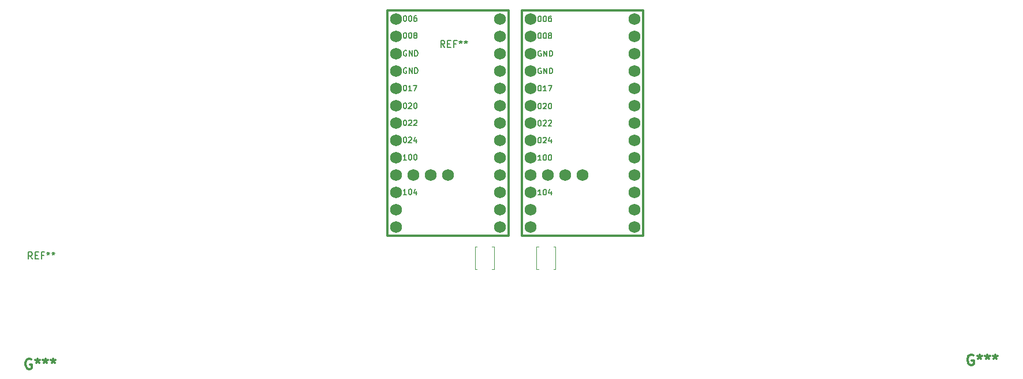
<source format=gbr>
%TF.GenerationSoftware,KiCad,Pcbnew,9.0.0*%
%TF.CreationDate,2025-06-07T14:34:51-06:00*%
%TF.ProjectId,Mau Keys,4d617520-4b65-4797-932e-6b696361645f,rev?*%
%TF.SameCoordinates,Original*%
%TF.FileFunction,Legend,Top*%
%TF.FilePolarity,Positive*%
%FSLAX46Y46*%
G04 Gerber Fmt 4.6, Leading zero omitted, Abs format (unit mm)*
G04 Created by KiCad (PCBNEW 9.0.0) date 2025-06-07 14:34:51*
%MOMM*%
%LPD*%
G01*
G04 APERTURE LIST*
%ADD10C,0.300000*%
%ADD11C,0.150000*%
%ADD12C,0.120000*%
%ADD13C,1.752600*%
G04 APERTURE END LIST*
D10*
X78520923Y-89844145D02*
X78378066Y-89772716D01*
X78378066Y-89772716D02*
X78163780Y-89772716D01*
X78163780Y-89772716D02*
X77949494Y-89844145D01*
X77949494Y-89844145D02*
X77806637Y-89987002D01*
X77806637Y-89987002D02*
X77735208Y-90129859D01*
X77735208Y-90129859D02*
X77663780Y-90415573D01*
X77663780Y-90415573D02*
X77663780Y-90629859D01*
X77663780Y-90629859D02*
X77735208Y-90915573D01*
X77735208Y-90915573D02*
X77806637Y-91058430D01*
X77806637Y-91058430D02*
X77949494Y-91201288D01*
X77949494Y-91201288D02*
X78163780Y-91272716D01*
X78163780Y-91272716D02*
X78306637Y-91272716D01*
X78306637Y-91272716D02*
X78520923Y-91201288D01*
X78520923Y-91201288D02*
X78592351Y-91129859D01*
X78592351Y-91129859D02*
X78592351Y-90629859D01*
X78592351Y-90629859D02*
X78306637Y-90629859D01*
X79449494Y-89772716D02*
X79449494Y-90129859D01*
X79092351Y-89987002D02*
X79449494Y-90129859D01*
X79449494Y-90129859D02*
X79806637Y-89987002D01*
X79235208Y-90415573D02*
X79449494Y-90129859D01*
X79449494Y-90129859D02*
X79663780Y-90415573D01*
X80592351Y-89772716D02*
X80592351Y-90129859D01*
X80235208Y-89987002D02*
X80592351Y-90129859D01*
X80592351Y-90129859D02*
X80949494Y-89987002D01*
X80378065Y-90415573D02*
X80592351Y-90129859D01*
X80592351Y-90129859D02*
X80806637Y-90415573D01*
X81735208Y-89772716D02*
X81735208Y-90129859D01*
X81378065Y-89987002D02*
X81735208Y-90129859D01*
X81735208Y-90129859D02*
X82092351Y-89987002D01*
X81520922Y-90415573D02*
X81735208Y-90129859D01*
X81735208Y-90129859D02*
X81949494Y-90415573D01*
D11*
X139166666Y-44154819D02*
X138833333Y-43678628D01*
X138595238Y-44154819D02*
X138595238Y-43154819D01*
X138595238Y-43154819D02*
X138976190Y-43154819D01*
X138976190Y-43154819D02*
X139071428Y-43202438D01*
X139071428Y-43202438D02*
X139119047Y-43250057D01*
X139119047Y-43250057D02*
X139166666Y-43345295D01*
X139166666Y-43345295D02*
X139166666Y-43488152D01*
X139166666Y-43488152D02*
X139119047Y-43583390D01*
X139119047Y-43583390D02*
X139071428Y-43631009D01*
X139071428Y-43631009D02*
X138976190Y-43678628D01*
X138976190Y-43678628D02*
X138595238Y-43678628D01*
X139595238Y-43631009D02*
X139928571Y-43631009D01*
X140071428Y-44154819D02*
X139595238Y-44154819D01*
X139595238Y-44154819D02*
X139595238Y-43154819D01*
X139595238Y-43154819D02*
X140071428Y-43154819D01*
X140833333Y-43631009D02*
X140500000Y-43631009D01*
X140500000Y-44154819D02*
X140500000Y-43154819D01*
X140500000Y-43154819D02*
X140976190Y-43154819D01*
X141500000Y-43154819D02*
X141500000Y-43392914D01*
X141261905Y-43297676D02*
X141500000Y-43392914D01*
X141500000Y-43392914D02*
X141738095Y-43297676D01*
X141357143Y-43583390D02*
X141500000Y-43392914D01*
X141500000Y-43392914D02*
X141642857Y-43583390D01*
X142261905Y-43154819D02*
X142261905Y-43392914D01*
X142023810Y-43297676D02*
X142261905Y-43392914D01*
X142261905Y-43392914D02*
X142500000Y-43297676D01*
X142119048Y-43583390D02*
X142261905Y-43392914D01*
X142261905Y-43392914D02*
X142404762Y-43583390D01*
X133282810Y-52294644D02*
X133359000Y-52294644D01*
X133359000Y-52294644D02*
X133435191Y-52332739D01*
X133435191Y-52332739D02*
X133473286Y-52370834D01*
X133473286Y-52370834D02*
X133511381Y-52447025D01*
X133511381Y-52447025D02*
X133549476Y-52599406D01*
X133549476Y-52599406D02*
X133549476Y-52789882D01*
X133549476Y-52789882D02*
X133511381Y-52942263D01*
X133511381Y-52942263D02*
X133473286Y-53018453D01*
X133473286Y-53018453D02*
X133435191Y-53056549D01*
X133435191Y-53056549D02*
X133359000Y-53094644D01*
X133359000Y-53094644D02*
X133282810Y-53094644D01*
X133282810Y-53094644D02*
X133206619Y-53056549D01*
X133206619Y-53056549D02*
X133168524Y-53018453D01*
X133168524Y-53018453D02*
X133130429Y-52942263D01*
X133130429Y-52942263D02*
X133092333Y-52789882D01*
X133092333Y-52789882D02*
X133092333Y-52599406D01*
X133092333Y-52599406D02*
X133130429Y-52447025D01*
X133130429Y-52447025D02*
X133168524Y-52370834D01*
X133168524Y-52370834D02*
X133206619Y-52332739D01*
X133206619Y-52332739D02*
X133282810Y-52294644D01*
X133854238Y-52370834D02*
X133892334Y-52332739D01*
X133892334Y-52332739D02*
X133968524Y-52294644D01*
X133968524Y-52294644D02*
X134159000Y-52294644D01*
X134159000Y-52294644D02*
X134235191Y-52332739D01*
X134235191Y-52332739D02*
X134273286Y-52370834D01*
X134273286Y-52370834D02*
X134311381Y-52447025D01*
X134311381Y-52447025D02*
X134311381Y-52523215D01*
X134311381Y-52523215D02*
X134273286Y-52637501D01*
X134273286Y-52637501D02*
X133816143Y-53094644D01*
X133816143Y-53094644D02*
X134311381Y-53094644D01*
X134806620Y-52294644D02*
X134882810Y-52294644D01*
X134882810Y-52294644D02*
X134959001Y-52332739D01*
X134959001Y-52332739D02*
X134997096Y-52370834D01*
X134997096Y-52370834D02*
X135035191Y-52447025D01*
X135035191Y-52447025D02*
X135073286Y-52599406D01*
X135073286Y-52599406D02*
X135073286Y-52789882D01*
X135073286Y-52789882D02*
X135035191Y-52942263D01*
X135035191Y-52942263D02*
X134997096Y-53018453D01*
X134997096Y-53018453D02*
X134959001Y-53056549D01*
X134959001Y-53056549D02*
X134882810Y-53094644D01*
X134882810Y-53094644D02*
X134806620Y-53094644D01*
X134806620Y-53094644D02*
X134730429Y-53056549D01*
X134730429Y-53056549D02*
X134692334Y-53018453D01*
X134692334Y-53018453D02*
X134654239Y-52942263D01*
X134654239Y-52942263D02*
X134616143Y-52789882D01*
X134616143Y-52789882D02*
X134616143Y-52599406D01*
X134616143Y-52599406D02*
X134654239Y-52447025D01*
X134654239Y-52447025D02*
X134692334Y-52370834D01*
X134692334Y-52370834D02*
X134730429Y-52332739D01*
X134730429Y-52332739D02*
X134806620Y-52294644D01*
X133282810Y-54794644D02*
X133359000Y-54794644D01*
X133359000Y-54794644D02*
X133435191Y-54832739D01*
X133435191Y-54832739D02*
X133473286Y-54870834D01*
X133473286Y-54870834D02*
X133511381Y-54947025D01*
X133511381Y-54947025D02*
X133549476Y-55099406D01*
X133549476Y-55099406D02*
X133549476Y-55289882D01*
X133549476Y-55289882D02*
X133511381Y-55442263D01*
X133511381Y-55442263D02*
X133473286Y-55518453D01*
X133473286Y-55518453D02*
X133435191Y-55556549D01*
X133435191Y-55556549D02*
X133359000Y-55594644D01*
X133359000Y-55594644D02*
X133282810Y-55594644D01*
X133282810Y-55594644D02*
X133206619Y-55556549D01*
X133206619Y-55556549D02*
X133168524Y-55518453D01*
X133168524Y-55518453D02*
X133130429Y-55442263D01*
X133130429Y-55442263D02*
X133092333Y-55289882D01*
X133092333Y-55289882D02*
X133092333Y-55099406D01*
X133092333Y-55099406D02*
X133130429Y-54947025D01*
X133130429Y-54947025D02*
X133168524Y-54870834D01*
X133168524Y-54870834D02*
X133206619Y-54832739D01*
X133206619Y-54832739D02*
X133282810Y-54794644D01*
X133854238Y-54870834D02*
X133892334Y-54832739D01*
X133892334Y-54832739D02*
X133968524Y-54794644D01*
X133968524Y-54794644D02*
X134159000Y-54794644D01*
X134159000Y-54794644D02*
X134235191Y-54832739D01*
X134235191Y-54832739D02*
X134273286Y-54870834D01*
X134273286Y-54870834D02*
X134311381Y-54947025D01*
X134311381Y-54947025D02*
X134311381Y-55023215D01*
X134311381Y-55023215D02*
X134273286Y-55137501D01*
X134273286Y-55137501D02*
X133816143Y-55594644D01*
X133816143Y-55594644D02*
X134311381Y-55594644D01*
X134616143Y-54870834D02*
X134654239Y-54832739D01*
X134654239Y-54832739D02*
X134730429Y-54794644D01*
X134730429Y-54794644D02*
X134920905Y-54794644D01*
X134920905Y-54794644D02*
X134997096Y-54832739D01*
X134997096Y-54832739D02*
X135035191Y-54870834D01*
X135035191Y-54870834D02*
X135073286Y-54947025D01*
X135073286Y-54947025D02*
X135073286Y-55023215D01*
X135073286Y-55023215D02*
X135035191Y-55137501D01*
X135035191Y-55137501D02*
X134578048Y-55594644D01*
X134578048Y-55594644D02*
X135073286Y-55594644D01*
X133282810Y-41994644D02*
X133359000Y-41994644D01*
X133359000Y-41994644D02*
X133435191Y-42032739D01*
X133435191Y-42032739D02*
X133473286Y-42070834D01*
X133473286Y-42070834D02*
X133511381Y-42147025D01*
X133511381Y-42147025D02*
X133549476Y-42299406D01*
X133549476Y-42299406D02*
X133549476Y-42489882D01*
X133549476Y-42489882D02*
X133511381Y-42642263D01*
X133511381Y-42642263D02*
X133473286Y-42718453D01*
X133473286Y-42718453D02*
X133435191Y-42756549D01*
X133435191Y-42756549D02*
X133359000Y-42794644D01*
X133359000Y-42794644D02*
X133282810Y-42794644D01*
X133282810Y-42794644D02*
X133206619Y-42756549D01*
X133206619Y-42756549D02*
X133168524Y-42718453D01*
X133168524Y-42718453D02*
X133130429Y-42642263D01*
X133130429Y-42642263D02*
X133092333Y-42489882D01*
X133092333Y-42489882D02*
X133092333Y-42299406D01*
X133092333Y-42299406D02*
X133130429Y-42147025D01*
X133130429Y-42147025D02*
X133168524Y-42070834D01*
X133168524Y-42070834D02*
X133206619Y-42032739D01*
X133206619Y-42032739D02*
X133282810Y-41994644D01*
X134044715Y-41994644D02*
X134120905Y-41994644D01*
X134120905Y-41994644D02*
X134197096Y-42032739D01*
X134197096Y-42032739D02*
X134235191Y-42070834D01*
X134235191Y-42070834D02*
X134273286Y-42147025D01*
X134273286Y-42147025D02*
X134311381Y-42299406D01*
X134311381Y-42299406D02*
X134311381Y-42489882D01*
X134311381Y-42489882D02*
X134273286Y-42642263D01*
X134273286Y-42642263D02*
X134235191Y-42718453D01*
X134235191Y-42718453D02*
X134197096Y-42756549D01*
X134197096Y-42756549D02*
X134120905Y-42794644D01*
X134120905Y-42794644D02*
X134044715Y-42794644D01*
X134044715Y-42794644D02*
X133968524Y-42756549D01*
X133968524Y-42756549D02*
X133930429Y-42718453D01*
X133930429Y-42718453D02*
X133892334Y-42642263D01*
X133892334Y-42642263D02*
X133854238Y-42489882D01*
X133854238Y-42489882D02*
X133854238Y-42299406D01*
X133854238Y-42299406D02*
X133892334Y-42147025D01*
X133892334Y-42147025D02*
X133930429Y-42070834D01*
X133930429Y-42070834D02*
X133968524Y-42032739D01*
X133968524Y-42032739D02*
X134044715Y-41994644D01*
X134768524Y-42337501D02*
X134692334Y-42299406D01*
X134692334Y-42299406D02*
X134654239Y-42261310D01*
X134654239Y-42261310D02*
X134616143Y-42185120D01*
X134616143Y-42185120D02*
X134616143Y-42147025D01*
X134616143Y-42147025D02*
X134654239Y-42070834D01*
X134654239Y-42070834D02*
X134692334Y-42032739D01*
X134692334Y-42032739D02*
X134768524Y-41994644D01*
X134768524Y-41994644D02*
X134920905Y-41994644D01*
X134920905Y-41994644D02*
X134997096Y-42032739D01*
X134997096Y-42032739D02*
X135035191Y-42070834D01*
X135035191Y-42070834D02*
X135073286Y-42147025D01*
X135073286Y-42147025D02*
X135073286Y-42185120D01*
X135073286Y-42185120D02*
X135035191Y-42261310D01*
X135035191Y-42261310D02*
X134997096Y-42299406D01*
X134997096Y-42299406D02*
X134920905Y-42337501D01*
X134920905Y-42337501D02*
X134768524Y-42337501D01*
X134768524Y-42337501D02*
X134692334Y-42375596D01*
X134692334Y-42375596D02*
X134654239Y-42413691D01*
X134654239Y-42413691D02*
X134616143Y-42489882D01*
X134616143Y-42489882D02*
X134616143Y-42642263D01*
X134616143Y-42642263D02*
X134654239Y-42718453D01*
X134654239Y-42718453D02*
X134692334Y-42756549D01*
X134692334Y-42756549D02*
X134768524Y-42794644D01*
X134768524Y-42794644D02*
X134920905Y-42794644D01*
X134920905Y-42794644D02*
X134997096Y-42756549D01*
X134997096Y-42756549D02*
X135035191Y-42718453D01*
X135035191Y-42718453D02*
X135073286Y-42642263D01*
X135073286Y-42642263D02*
X135073286Y-42489882D01*
X135073286Y-42489882D02*
X135035191Y-42413691D01*
X135035191Y-42413691D02*
X134997096Y-42375596D01*
X134997096Y-42375596D02*
X134920905Y-42337501D01*
X133549476Y-47182739D02*
X133473286Y-47144644D01*
X133473286Y-47144644D02*
X133359000Y-47144644D01*
X133359000Y-47144644D02*
X133244714Y-47182739D01*
X133244714Y-47182739D02*
X133168524Y-47258929D01*
X133168524Y-47258929D02*
X133130429Y-47335120D01*
X133130429Y-47335120D02*
X133092333Y-47487501D01*
X133092333Y-47487501D02*
X133092333Y-47601787D01*
X133092333Y-47601787D02*
X133130429Y-47754168D01*
X133130429Y-47754168D02*
X133168524Y-47830358D01*
X133168524Y-47830358D02*
X133244714Y-47906549D01*
X133244714Y-47906549D02*
X133359000Y-47944644D01*
X133359000Y-47944644D02*
X133435191Y-47944644D01*
X133435191Y-47944644D02*
X133549476Y-47906549D01*
X133549476Y-47906549D02*
X133587572Y-47868453D01*
X133587572Y-47868453D02*
X133587572Y-47601787D01*
X133587572Y-47601787D02*
X133435191Y-47601787D01*
X133930429Y-47944644D02*
X133930429Y-47144644D01*
X133930429Y-47144644D02*
X134387572Y-47944644D01*
X134387572Y-47944644D02*
X134387572Y-47144644D01*
X134768524Y-47944644D02*
X134768524Y-47144644D01*
X134768524Y-47144644D02*
X134959000Y-47144644D01*
X134959000Y-47144644D02*
X135073286Y-47182739D01*
X135073286Y-47182739D02*
X135149476Y-47258929D01*
X135149476Y-47258929D02*
X135187571Y-47335120D01*
X135187571Y-47335120D02*
X135225667Y-47487501D01*
X135225667Y-47487501D02*
X135225667Y-47601787D01*
X135225667Y-47601787D02*
X135187571Y-47754168D01*
X135187571Y-47754168D02*
X135149476Y-47830358D01*
X135149476Y-47830358D02*
X135073286Y-47906549D01*
X135073286Y-47906549D02*
X134959000Y-47944644D01*
X134959000Y-47944644D02*
X134768524Y-47944644D01*
X133549476Y-44642739D02*
X133473286Y-44604644D01*
X133473286Y-44604644D02*
X133359000Y-44604644D01*
X133359000Y-44604644D02*
X133244714Y-44642739D01*
X133244714Y-44642739D02*
X133168524Y-44718929D01*
X133168524Y-44718929D02*
X133130429Y-44795120D01*
X133130429Y-44795120D02*
X133092333Y-44947501D01*
X133092333Y-44947501D02*
X133092333Y-45061787D01*
X133092333Y-45061787D02*
X133130429Y-45214168D01*
X133130429Y-45214168D02*
X133168524Y-45290358D01*
X133168524Y-45290358D02*
X133244714Y-45366549D01*
X133244714Y-45366549D02*
X133359000Y-45404644D01*
X133359000Y-45404644D02*
X133435191Y-45404644D01*
X133435191Y-45404644D02*
X133549476Y-45366549D01*
X133549476Y-45366549D02*
X133587572Y-45328453D01*
X133587572Y-45328453D02*
X133587572Y-45061787D01*
X133587572Y-45061787D02*
X133435191Y-45061787D01*
X133930429Y-45404644D02*
X133930429Y-44604644D01*
X133930429Y-44604644D02*
X134387572Y-45404644D01*
X134387572Y-45404644D02*
X134387572Y-44604644D01*
X134768524Y-45404644D02*
X134768524Y-44604644D01*
X134768524Y-44604644D02*
X134959000Y-44604644D01*
X134959000Y-44604644D02*
X135073286Y-44642739D01*
X135073286Y-44642739D02*
X135149476Y-44718929D01*
X135149476Y-44718929D02*
X135187571Y-44795120D01*
X135187571Y-44795120D02*
X135225667Y-44947501D01*
X135225667Y-44947501D02*
X135225667Y-45061787D01*
X135225667Y-45061787D02*
X135187571Y-45214168D01*
X135187571Y-45214168D02*
X135149476Y-45290358D01*
X135149476Y-45290358D02*
X135073286Y-45366549D01*
X135073286Y-45366549D02*
X134959000Y-45404644D01*
X134959000Y-45404644D02*
X134768524Y-45404644D01*
X133282810Y-49694644D02*
X133359000Y-49694644D01*
X133359000Y-49694644D02*
X133435191Y-49732739D01*
X133435191Y-49732739D02*
X133473286Y-49770834D01*
X133473286Y-49770834D02*
X133511381Y-49847025D01*
X133511381Y-49847025D02*
X133549476Y-49999406D01*
X133549476Y-49999406D02*
X133549476Y-50189882D01*
X133549476Y-50189882D02*
X133511381Y-50342263D01*
X133511381Y-50342263D02*
X133473286Y-50418453D01*
X133473286Y-50418453D02*
X133435191Y-50456549D01*
X133435191Y-50456549D02*
X133359000Y-50494644D01*
X133359000Y-50494644D02*
X133282810Y-50494644D01*
X133282810Y-50494644D02*
X133206619Y-50456549D01*
X133206619Y-50456549D02*
X133168524Y-50418453D01*
X133168524Y-50418453D02*
X133130429Y-50342263D01*
X133130429Y-50342263D02*
X133092333Y-50189882D01*
X133092333Y-50189882D02*
X133092333Y-49999406D01*
X133092333Y-49999406D02*
X133130429Y-49847025D01*
X133130429Y-49847025D02*
X133168524Y-49770834D01*
X133168524Y-49770834D02*
X133206619Y-49732739D01*
X133206619Y-49732739D02*
X133282810Y-49694644D01*
X134311381Y-50494644D02*
X133854238Y-50494644D01*
X134082810Y-50494644D02*
X134082810Y-49694644D01*
X134082810Y-49694644D02*
X134006619Y-49808929D01*
X134006619Y-49808929D02*
X133930429Y-49885120D01*
X133930429Y-49885120D02*
X133854238Y-49923215D01*
X134578048Y-49694644D02*
X135111382Y-49694644D01*
X135111382Y-49694644D02*
X134768524Y-50494644D01*
X133282810Y-57304644D02*
X133359000Y-57304644D01*
X133359000Y-57304644D02*
X133435191Y-57342739D01*
X133435191Y-57342739D02*
X133473286Y-57380834D01*
X133473286Y-57380834D02*
X133511381Y-57457025D01*
X133511381Y-57457025D02*
X133549476Y-57609406D01*
X133549476Y-57609406D02*
X133549476Y-57799882D01*
X133549476Y-57799882D02*
X133511381Y-57952263D01*
X133511381Y-57952263D02*
X133473286Y-58028453D01*
X133473286Y-58028453D02*
X133435191Y-58066549D01*
X133435191Y-58066549D02*
X133359000Y-58104644D01*
X133359000Y-58104644D02*
X133282810Y-58104644D01*
X133282810Y-58104644D02*
X133206619Y-58066549D01*
X133206619Y-58066549D02*
X133168524Y-58028453D01*
X133168524Y-58028453D02*
X133130429Y-57952263D01*
X133130429Y-57952263D02*
X133092333Y-57799882D01*
X133092333Y-57799882D02*
X133092333Y-57609406D01*
X133092333Y-57609406D02*
X133130429Y-57457025D01*
X133130429Y-57457025D02*
X133168524Y-57380834D01*
X133168524Y-57380834D02*
X133206619Y-57342739D01*
X133206619Y-57342739D02*
X133282810Y-57304644D01*
X133854238Y-57380834D02*
X133892334Y-57342739D01*
X133892334Y-57342739D02*
X133968524Y-57304644D01*
X133968524Y-57304644D02*
X134159000Y-57304644D01*
X134159000Y-57304644D02*
X134235191Y-57342739D01*
X134235191Y-57342739D02*
X134273286Y-57380834D01*
X134273286Y-57380834D02*
X134311381Y-57457025D01*
X134311381Y-57457025D02*
X134311381Y-57533215D01*
X134311381Y-57533215D02*
X134273286Y-57647501D01*
X134273286Y-57647501D02*
X133816143Y-58104644D01*
X133816143Y-58104644D02*
X134311381Y-58104644D01*
X134997096Y-57571310D02*
X134997096Y-58104644D01*
X134806620Y-57266549D02*
X134616143Y-57837977D01*
X134616143Y-57837977D02*
X135111382Y-57837977D01*
X133549476Y-65724644D02*
X133092333Y-65724644D01*
X133320905Y-65724644D02*
X133320905Y-64924644D01*
X133320905Y-64924644D02*
X133244714Y-65038929D01*
X133244714Y-65038929D02*
X133168524Y-65115120D01*
X133168524Y-65115120D02*
X133092333Y-65153215D01*
X134044715Y-64924644D02*
X134120905Y-64924644D01*
X134120905Y-64924644D02*
X134197096Y-64962739D01*
X134197096Y-64962739D02*
X134235191Y-65000834D01*
X134235191Y-65000834D02*
X134273286Y-65077025D01*
X134273286Y-65077025D02*
X134311381Y-65229406D01*
X134311381Y-65229406D02*
X134311381Y-65419882D01*
X134311381Y-65419882D02*
X134273286Y-65572263D01*
X134273286Y-65572263D02*
X134235191Y-65648453D01*
X134235191Y-65648453D02*
X134197096Y-65686549D01*
X134197096Y-65686549D02*
X134120905Y-65724644D01*
X134120905Y-65724644D02*
X134044715Y-65724644D01*
X134044715Y-65724644D02*
X133968524Y-65686549D01*
X133968524Y-65686549D02*
X133930429Y-65648453D01*
X133930429Y-65648453D02*
X133892334Y-65572263D01*
X133892334Y-65572263D02*
X133854238Y-65419882D01*
X133854238Y-65419882D02*
X133854238Y-65229406D01*
X133854238Y-65229406D02*
X133892334Y-65077025D01*
X133892334Y-65077025D02*
X133930429Y-65000834D01*
X133930429Y-65000834D02*
X133968524Y-64962739D01*
X133968524Y-64962739D02*
X134044715Y-64924644D01*
X134997096Y-65191310D02*
X134997096Y-65724644D01*
X134806620Y-64886549D02*
X134616143Y-65457977D01*
X134616143Y-65457977D02*
X135111382Y-65457977D01*
X133549476Y-60644644D02*
X133092333Y-60644644D01*
X133320905Y-60644644D02*
X133320905Y-59844644D01*
X133320905Y-59844644D02*
X133244714Y-59958929D01*
X133244714Y-59958929D02*
X133168524Y-60035120D01*
X133168524Y-60035120D02*
X133092333Y-60073215D01*
X134044715Y-59844644D02*
X134120905Y-59844644D01*
X134120905Y-59844644D02*
X134197096Y-59882739D01*
X134197096Y-59882739D02*
X134235191Y-59920834D01*
X134235191Y-59920834D02*
X134273286Y-59997025D01*
X134273286Y-59997025D02*
X134311381Y-60149406D01*
X134311381Y-60149406D02*
X134311381Y-60339882D01*
X134311381Y-60339882D02*
X134273286Y-60492263D01*
X134273286Y-60492263D02*
X134235191Y-60568453D01*
X134235191Y-60568453D02*
X134197096Y-60606549D01*
X134197096Y-60606549D02*
X134120905Y-60644644D01*
X134120905Y-60644644D02*
X134044715Y-60644644D01*
X134044715Y-60644644D02*
X133968524Y-60606549D01*
X133968524Y-60606549D02*
X133930429Y-60568453D01*
X133930429Y-60568453D02*
X133892334Y-60492263D01*
X133892334Y-60492263D02*
X133854238Y-60339882D01*
X133854238Y-60339882D02*
X133854238Y-60149406D01*
X133854238Y-60149406D02*
X133892334Y-59997025D01*
X133892334Y-59997025D02*
X133930429Y-59920834D01*
X133930429Y-59920834D02*
X133968524Y-59882739D01*
X133968524Y-59882739D02*
X134044715Y-59844644D01*
X134806620Y-59844644D02*
X134882810Y-59844644D01*
X134882810Y-59844644D02*
X134959001Y-59882739D01*
X134959001Y-59882739D02*
X134997096Y-59920834D01*
X134997096Y-59920834D02*
X135035191Y-59997025D01*
X135035191Y-59997025D02*
X135073286Y-60149406D01*
X135073286Y-60149406D02*
X135073286Y-60339882D01*
X135073286Y-60339882D02*
X135035191Y-60492263D01*
X135035191Y-60492263D02*
X134997096Y-60568453D01*
X134997096Y-60568453D02*
X134959001Y-60606549D01*
X134959001Y-60606549D02*
X134882810Y-60644644D01*
X134882810Y-60644644D02*
X134806620Y-60644644D01*
X134806620Y-60644644D02*
X134730429Y-60606549D01*
X134730429Y-60606549D02*
X134692334Y-60568453D01*
X134692334Y-60568453D02*
X134654239Y-60492263D01*
X134654239Y-60492263D02*
X134616143Y-60339882D01*
X134616143Y-60339882D02*
X134616143Y-60149406D01*
X134616143Y-60149406D02*
X134654239Y-59997025D01*
X134654239Y-59997025D02*
X134692334Y-59920834D01*
X134692334Y-59920834D02*
X134730429Y-59882739D01*
X134730429Y-59882739D02*
X134806620Y-59844644D01*
X133282810Y-39524644D02*
X133359000Y-39524644D01*
X133359000Y-39524644D02*
X133435191Y-39562739D01*
X133435191Y-39562739D02*
X133473286Y-39600834D01*
X133473286Y-39600834D02*
X133511381Y-39677025D01*
X133511381Y-39677025D02*
X133549476Y-39829406D01*
X133549476Y-39829406D02*
X133549476Y-40019882D01*
X133549476Y-40019882D02*
X133511381Y-40172263D01*
X133511381Y-40172263D02*
X133473286Y-40248453D01*
X133473286Y-40248453D02*
X133435191Y-40286549D01*
X133435191Y-40286549D02*
X133359000Y-40324644D01*
X133359000Y-40324644D02*
X133282810Y-40324644D01*
X133282810Y-40324644D02*
X133206619Y-40286549D01*
X133206619Y-40286549D02*
X133168524Y-40248453D01*
X133168524Y-40248453D02*
X133130429Y-40172263D01*
X133130429Y-40172263D02*
X133092333Y-40019882D01*
X133092333Y-40019882D02*
X133092333Y-39829406D01*
X133092333Y-39829406D02*
X133130429Y-39677025D01*
X133130429Y-39677025D02*
X133168524Y-39600834D01*
X133168524Y-39600834D02*
X133206619Y-39562739D01*
X133206619Y-39562739D02*
X133282810Y-39524644D01*
X134044715Y-39524644D02*
X134120905Y-39524644D01*
X134120905Y-39524644D02*
X134197096Y-39562739D01*
X134197096Y-39562739D02*
X134235191Y-39600834D01*
X134235191Y-39600834D02*
X134273286Y-39677025D01*
X134273286Y-39677025D02*
X134311381Y-39829406D01*
X134311381Y-39829406D02*
X134311381Y-40019882D01*
X134311381Y-40019882D02*
X134273286Y-40172263D01*
X134273286Y-40172263D02*
X134235191Y-40248453D01*
X134235191Y-40248453D02*
X134197096Y-40286549D01*
X134197096Y-40286549D02*
X134120905Y-40324644D01*
X134120905Y-40324644D02*
X134044715Y-40324644D01*
X134044715Y-40324644D02*
X133968524Y-40286549D01*
X133968524Y-40286549D02*
X133930429Y-40248453D01*
X133930429Y-40248453D02*
X133892334Y-40172263D01*
X133892334Y-40172263D02*
X133854238Y-40019882D01*
X133854238Y-40019882D02*
X133854238Y-39829406D01*
X133854238Y-39829406D02*
X133892334Y-39677025D01*
X133892334Y-39677025D02*
X133930429Y-39600834D01*
X133930429Y-39600834D02*
X133968524Y-39562739D01*
X133968524Y-39562739D02*
X134044715Y-39524644D01*
X134997096Y-39524644D02*
X134844715Y-39524644D01*
X134844715Y-39524644D02*
X134768524Y-39562739D01*
X134768524Y-39562739D02*
X134730429Y-39600834D01*
X134730429Y-39600834D02*
X134654239Y-39715120D01*
X134654239Y-39715120D02*
X134616143Y-39867501D01*
X134616143Y-39867501D02*
X134616143Y-40172263D01*
X134616143Y-40172263D02*
X134654239Y-40248453D01*
X134654239Y-40248453D02*
X134692334Y-40286549D01*
X134692334Y-40286549D02*
X134768524Y-40324644D01*
X134768524Y-40324644D02*
X134920905Y-40324644D01*
X134920905Y-40324644D02*
X134997096Y-40286549D01*
X134997096Y-40286549D02*
X135035191Y-40248453D01*
X135035191Y-40248453D02*
X135073286Y-40172263D01*
X135073286Y-40172263D02*
X135073286Y-39981787D01*
X135073286Y-39981787D02*
X135035191Y-39905596D01*
X135035191Y-39905596D02*
X134997096Y-39867501D01*
X134997096Y-39867501D02*
X134920905Y-39829406D01*
X134920905Y-39829406D02*
X134768524Y-39829406D01*
X134768524Y-39829406D02*
X134692334Y-39867501D01*
X134692334Y-39867501D02*
X134654239Y-39905596D01*
X134654239Y-39905596D02*
X134616143Y-39981787D01*
X78666666Y-75154819D02*
X78333333Y-74678628D01*
X78095238Y-75154819D02*
X78095238Y-74154819D01*
X78095238Y-74154819D02*
X78476190Y-74154819D01*
X78476190Y-74154819D02*
X78571428Y-74202438D01*
X78571428Y-74202438D02*
X78619047Y-74250057D01*
X78619047Y-74250057D02*
X78666666Y-74345295D01*
X78666666Y-74345295D02*
X78666666Y-74488152D01*
X78666666Y-74488152D02*
X78619047Y-74583390D01*
X78619047Y-74583390D02*
X78571428Y-74631009D01*
X78571428Y-74631009D02*
X78476190Y-74678628D01*
X78476190Y-74678628D02*
X78095238Y-74678628D01*
X79095238Y-74631009D02*
X79428571Y-74631009D01*
X79571428Y-75154819D02*
X79095238Y-75154819D01*
X79095238Y-75154819D02*
X79095238Y-74154819D01*
X79095238Y-74154819D02*
X79571428Y-74154819D01*
X80333333Y-74631009D02*
X80000000Y-74631009D01*
X80000000Y-75154819D02*
X80000000Y-74154819D01*
X80000000Y-74154819D02*
X80476190Y-74154819D01*
X81000000Y-74154819D02*
X81000000Y-74392914D01*
X80761905Y-74297676D02*
X81000000Y-74392914D01*
X81000000Y-74392914D02*
X81238095Y-74297676D01*
X80857143Y-74583390D02*
X81000000Y-74392914D01*
X81000000Y-74392914D02*
X81142857Y-74583390D01*
X81761905Y-74154819D02*
X81761905Y-74392914D01*
X81523810Y-74297676D02*
X81761905Y-74392914D01*
X81761905Y-74392914D02*
X82000000Y-74297676D01*
X81619048Y-74583390D02*
X81761905Y-74392914D01*
X81761905Y-74392914D02*
X81904762Y-74583390D01*
X153309476Y-60682295D02*
X152852333Y-60682295D01*
X153080905Y-60682295D02*
X153080905Y-59882295D01*
X153080905Y-59882295D02*
X153004714Y-59996580D01*
X153004714Y-59996580D02*
X152928524Y-60072771D01*
X152928524Y-60072771D02*
X152852333Y-60110866D01*
X153804715Y-59882295D02*
X153880905Y-59882295D01*
X153880905Y-59882295D02*
X153957096Y-59920390D01*
X153957096Y-59920390D02*
X153995191Y-59958485D01*
X153995191Y-59958485D02*
X154033286Y-60034676D01*
X154033286Y-60034676D02*
X154071381Y-60187057D01*
X154071381Y-60187057D02*
X154071381Y-60377533D01*
X154071381Y-60377533D02*
X154033286Y-60529914D01*
X154033286Y-60529914D02*
X153995191Y-60606104D01*
X153995191Y-60606104D02*
X153957096Y-60644200D01*
X153957096Y-60644200D02*
X153880905Y-60682295D01*
X153880905Y-60682295D02*
X153804715Y-60682295D01*
X153804715Y-60682295D02*
X153728524Y-60644200D01*
X153728524Y-60644200D02*
X153690429Y-60606104D01*
X153690429Y-60606104D02*
X153652334Y-60529914D01*
X153652334Y-60529914D02*
X153614238Y-60377533D01*
X153614238Y-60377533D02*
X153614238Y-60187057D01*
X153614238Y-60187057D02*
X153652334Y-60034676D01*
X153652334Y-60034676D02*
X153690429Y-59958485D01*
X153690429Y-59958485D02*
X153728524Y-59920390D01*
X153728524Y-59920390D02*
X153804715Y-59882295D01*
X154566620Y-59882295D02*
X154642810Y-59882295D01*
X154642810Y-59882295D02*
X154719001Y-59920390D01*
X154719001Y-59920390D02*
X154757096Y-59958485D01*
X154757096Y-59958485D02*
X154795191Y-60034676D01*
X154795191Y-60034676D02*
X154833286Y-60187057D01*
X154833286Y-60187057D02*
X154833286Y-60377533D01*
X154833286Y-60377533D02*
X154795191Y-60529914D01*
X154795191Y-60529914D02*
X154757096Y-60606104D01*
X154757096Y-60606104D02*
X154719001Y-60644200D01*
X154719001Y-60644200D02*
X154642810Y-60682295D01*
X154642810Y-60682295D02*
X154566620Y-60682295D01*
X154566620Y-60682295D02*
X154490429Y-60644200D01*
X154490429Y-60644200D02*
X154452334Y-60606104D01*
X154452334Y-60606104D02*
X154414239Y-60529914D01*
X154414239Y-60529914D02*
X154376143Y-60377533D01*
X154376143Y-60377533D02*
X154376143Y-60187057D01*
X154376143Y-60187057D02*
X154414239Y-60034676D01*
X154414239Y-60034676D02*
X154452334Y-59958485D01*
X154452334Y-59958485D02*
X154490429Y-59920390D01*
X154490429Y-59920390D02*
X154566620Y-59882295D01*
X153309476Y-65762295D02*
X152852333Y-65762295D01*
X153080905Y-65762295D02*
X153080905Y-64962295D01*
X153080905Y-64962295D02*
X153004714Y-65076580D01*
X153004714Y-65076580D02*
X152928524Y-65152771D01*
X152928524Y-65152771D02*
X152852333Y-65190866D01*
X153804715Y-64962295D02*
X153880905Y-64962295D01*
X153880905Y-64962295D02*
X153957096Y-65000390D01*
X153957096Y-65000390D02*
X153995191Y-65038485D01*
X153995191Y-65038485D02*
X154033286Y-65114676D01*
X154033286Y-65114676D02*
X154071381Y-65267057D01*
X154071381Y-65267057D02*
X154071381Y-65457533D01*
X154071381Y-65457533D02*
X154033286Y-65609914D01*
X154033286Y-65609914D02*
X153995191Y-65686104D01*
X153995191Y-65686104D02*
X153957096Y-65724200D01*
X153957096Y-65724200D02*
X153880905Y-65762295D01*
X153880905Y-65762295D02*
X153804715Y-65762295D01*
X153804715Y-65762295D02*
X153728524Y-65724200D01*
X153728524Y-65724200D02*
X153690429Y-65686104D01*
X153690429Y-65686104D02*
X153652334Y-65609914D01*
X153652334Y-65609914D02*
X153614238Y-65457533D01*
X153614238Y-65457533D02*
X153614238Y-65267057D01*
X153614238Y-65267057D02*
X153652334Y-65114676D01*
X153652334Y-65114676D02*
X153690429Y-65038485D01*
X153690429Y-65038485D02*
X153728524Y-65000390D01*
X153728524Y-65000390D02*
X153804715Y-64962295D01*
X154757096Y-65228961D02*
X154757096Y-65762295D01*
X154566620Y-64924200D02*
X154376143Y-65495628D01*
X154376143Y-65495628D02*
X154871382Y-65495628D01*
X153042810Y-49732295D02*
X153119000Y-49732295D01*
X153119000Y-49732295D02*
X153195191Y-49770390D01*
X153195191Y-49770390D02*
X153233286Y-49808485D01*
X153233286Y-49808485D02*
X153271381Y-49884676D01*
X153271381Y-49884676D02*
X153309476Y-50037057D01*
X153309476Y-50037057D02*
X153309476Y-50227533D01*
X153309476Y-50227533D02*
X153271381Y-50379914D01*
X153271381Y-50379914D02*
X153233286Y-50456104D01*
X153233286Y-50456104D02*
X153195191Y-50494200D01*
X153195191Y-50494200D02*
X153119000Y-50532295D01*
X153119000Y-50532295D02*
X153042810Y-50532295D01*
X153042810Y-50532295D02*
X152966619Y-50494200D01*
X152966619Y-50494200D02*
X152928524Y-50456104D01*
X152928524Y-50456104D02*
X152890429Y-50379914D01*
X152890429Y-50379914D02*
X152852333Y-50227533D01*
X152852333Y-50227533D02*
X152852333Y-50037057D01*
X152852333Y-50037057D02*
X152890429Y-49884676D01*
X152890429Y-49884676D02*
X152928524Y-49808485D01*
X152928524Y-49808485D02*
X152966619Y-49770390D01*
X152966619Y-49770390D02*
X153042810Y-49732295D01*
X154071381Y-50532295D02*
X153614238Y-50532295D01*
X153842810Y-50532295D02*
X153842810Y-49732295D01*
X153842810Y-49732295D02*
X153766619Y-49846580D01*
X153766619Y-49846580D02*
X153690429Y-49922771D01*
X153690429Y-49922771D02*
X153614238Y-49960866D01*
X154338048Y-49732295D02*
X154871382Y-49732295D01*
X154871382Y-49732295D02*
X154528524Y-50532295D01*
X153042810Y-42032295D02*
X153119000Y-42032295D01*
X153119000Y-42032295D02*
X153195191Y-42070390D01*
X153195191Y-42070390D02*
X153233286Y-42108485D01*
X153233286Y-42108485D02*
X153271381Y-42184676D01*
X153271381Y-42184676D02*
X153309476Y-42337057D01*
X153309476Y-42337057D02*
X153309476Y-42527533D01*
X153309476Y-42527533D02*
X153271381Y-42679914D01*
X153271381Y-42679914D02*
X153233286Y-42756104D01*
X153233286Y-42756104D02*
X153195191Y-42794200D01*
X153195191Y-42794200D02*
X153119000Y-42832295D01*
X153119000Y-42832295D02*
X153042810Y-42832295D01*
X153042810Y-42832295D02*
X152966619Y-42794200D01*
X152966619Y-42794200D02*
X152928524Y-42756104D01*
X152928524Y-42756104D02*
X152890429Y-42679914D01*
X152890429Y-42679914D02*
X152852333Y-42527533D01*
X152852333Y-42527533D02*
X152852333Y-42337057D01*
X152852333Y-42337057D02*
X152890429Y-42184676D01*
X152890429Y-42184676D02*
X152928524Y-42108485D01*
X152928524Y-42108485D02*
X152966619Y-42070390D01*
X152966619Y-42070390D02*
X153042810Y-42032295D01*
X153804715Y-42032295D02*
X153880905Y-42032295D01*
X153880905Y-42032295D02*
X153957096Y-42070390D01*
X153957096Y-42070390D02*
X153995191Y-42108485D01*
X153995191Y-42108485D02*
X154033286Y-42184676D01*
X154033286Y-42184676D02*
X154071381Y-42337057D01*
X154071381Y-42337057D02*
X154071381Y-42527533D01*
X154071381Y-42527533D02*
X154033286Y-42679914D01*
X154033286Y-42679914D02*
X153995191Y-42756104D01*
X153995191Y-42756104D02*
X153957096Y-42794200D01*
X153957096Y-42794200D02*
X153880905Y-42832295D01*
X153880905Y-42832295D02*
X153804715Y-42832295D01*
X153804715Y-42832295D02*
X153728524Y-42794200D01*
X153728524Y-42794200D02*
X153690429Y-42756104D01*
X153690429Y-42756104D02*
X153652334Y-42679914D01*
X153652334Y-42679914D02*
X153614238Y-42527533D01*
X153614238Y-42527533D02*
X153614238Y-42337057D01*
X153614238Y-42337057D02*
X153652334Y-42184676D01*
X153652334Y-42184676D02*
X153690429Y-42108485D01*
X153690429Y-42108485D02*
X153728524Y-42070390D01*
X153728524Y-42070390D02*
X153804715Y-42032295D01*
X154528524Y-42375152D02*
X154452334Y-42337057D01*
X154452334Y-42337057D02*
X154414239Y-42298961D01*
X154414239Y-42298961D02*
X154376143Y-42222771D01*
X154376143Y-42222771D02*
X154376143Y-42184676D01*
X154376143Y-42184676D02*
X154414239Y-42108485D01*
X154414239Y-42108485D02*
X154452334Y-42070390D01*
X154452334Y-42070390D02*
X154528524Y-42032295D01*
X154528524Y-42032295D02*
X154680905Y-42032295D01*
X154680905Y-42032295D02*
X154757096Y-42070390D01*
X154757096Y-42070390D02*
X154795191Y-42108485D01*
X154795191Y-42108485D02*
X154833286Y-42184676D01*
X154833286Y-42184676D02*
X154833286Y-42222771D01*
X154833286Y-42222771D02*
X154795191Y-42298961D01*
X154795191Y-42298961D02*
X154757096Y-42337057D01*
X154757096Y-42337057D02*
X154680905Y-42375152D01*
X154680905Y-42375152D02*
X154528524Y-42375152D01*
X154528524Y-42375152D02*
X154452334Y-42413247D01*
X154452334Y-42413247D02*
X154414239Y-42451342D01*
X154414239Y-42451342D02*
X154376143Y-42527533D01*
X154376143Y-42527533D02*
X154376143Y-42679914D01*
X154376143Y-42679914D02*
X154414239Y-42756104D01*
X154414239Y-42756104D02*
X154452334Y-42794200D01*
X154452334Y-42794200D02*
X154528524Y-42832295D01*
X154528524Y-42832295D02*
X154680905Y-42832295D01*
X154680905Y-42832295D02*
X154757096Y-42794200D01*
X154757096Y-42794200D02*
X154795191Y-42756104D01*
X154795191Y-42756104D02*
X154833286Y-42679914D01*
X154833286Y-42679914D02*
X154833286Y-42527533D01*
X154833286Y-42527533D02*
X154795191Y-42451342D01*
X154795191Y-42451342D02*
X154757096Y-42413247D01*
X154757096Y-42413247D02*
X154680905Y-42375152D01*
X153042810Y-39562295D02*
X153119000Y-39562295D01*
X153119000Y-39562295D02*
X153195191Y-39600390D01*
X153195191Y-39600390D02*
X153233286Y-39638485D01*
X153233286Y-39638485D02*
X153271381Y-39714676D01*
X153271381Y-39714676D02*
X153309476Y-39867057D01*
X153309476Y-39867057D02*
X153309476Y-40057533D01*
X153309476Y-40057533D02*
X153271381Y-40209914D01*
X153271381Y-40209914D02*
X153233286Y-40286104D01*
X153233286Y-40286104D02*
X153195191Y-40324200D01*
X153195191Y-40324200D02*
X153119000Y-40362295D01*
X153119000Y-40362295D02*
X153042810Y-40362295D01*
X153042810Y-40362295D02*
X152966619Y-40324200D01*
X152966619Y-40324200D02*
X152928524Y-40286104D01*
X152928524Y-40286104D02*
X152890429Y-40209914D01*
X152890429Y-40209914D02*
X152852333Y-40057533D01*
X152852333Y-40057533D02*
X152852333Y-39867057D01*
X152852333Y-39867057D02*
X152890429Y-39714676D01*
X152890429Y-39714676D02*
X152928524Y-39638485D01*
X152928524Y-39638485D02*
X152966619Y-39600390D01*
X152966619Y-39600390D02*
X153042810Y-39562295D01*
X153804715Y-39562295D02*
X153880905Y-39562295D01*
X153880905Y-39562295D02*
X153957096Y-39600390D01*
X153957096Y-39600390D02*
X153995191Y-39638485D01*
X153995191Y-39638485D02*
X154033286Y-39714676D01*
X154033286Y-39714676D02*
X154071381Y-39867057D01*
X154071381Y-39867057D02*
X154071381Y-40057533D01*
X154071381Y-40057533D02*
X154033286Y-40209914D01*
X154033286Y-40209914D02*
X153995191Y-40286104D01*
X153995191Y-40286104D02*
X153957096Y-40324200D01*
X153957096Y-40324200D02*
X153880905Y-40362295D01*
X153880905Y-40362295D02*
X153804715Y-40362295D01*
X153804715Y-40362295D02*
X153728524Y-40324200D01*
X153728524Y-40324200D02*
X153690429Y-40286104D01*
X153690429Y-40286104D02*
X153652334Y-40209914D01*
X153652334Y-40209914D02*
X153614238Y-40057533D01*
X153614238Y-40057533D02*
X153614238Y-39867057D01*
X153614238Y-39867057D02*
X153652334Y-39714676D01*
X153652334Y-39714676D02*
X153690429Y-39638485D01*
X153690429Y-39638485D02*
X153728524Y-39600390D01*
X153728524Y-39600390D02*
X153804715Y-39562295D01*
X154757096Y-39562295D02*
X154604715Y-39562295D01*
X154604715Y-39562295D02*
X154528524Y-39600390D01*
X154528524Y-39600390D02*
X154490429Y-39638485D01*
X154490429Y-39638485D02*
X154414239Y-39752771D01*
X154414239Y-39752771D02*
X154376143Y-39905152D01*
X154376143Y-39905152D02*
X154376143Y-40209914D01*
X154376143Y-40209914D02*
X154414239Y-40286104D01*
X154414239Y-40286104D02*
X154452334Y-40324200D01*
X154452334Y-40324200D02*
X154528524Y-40362295D01*
X154528524Y-40362295D02*
X154680905Y-40362295D01*
X154680905Y-40362295D02*
X154757096Y-40324200D01*
X154757096Y-40324200D02*
X154795191Y-40286104D01*
X154795191Y-40286104D02*
X154833286Y-40209914D01*
X154833286Y-40209914D02*
X154833286Y-40019438D01*
X154833286Y-40019438D02*
X154795191Y-39943247D01*
X154795191Y-39943247D02*
X154757096Y-39905152D01*
X154757096Y-39905152D02*
X154680905Y-39867057D01*
X154680905Y-39867057D02*
X154528524Y-39867057D01*
X154528524Y-39867057D02*
X154452334Y-39905152D01*
X154452334Y-39905152D02*
X154414239Y-39943247D01*
X154414239Y-39943247D02*
X154376143Y-40019438D01*
X153042810Y-54832295D02*
X153119000Y-54832295D01*
X153119000Y-54832295D02*
X153195191Y-54870390D01*
X153195191Y-54870390D02*
X153233286Y-54908485D01*
X153233286Y-54908485D02*
X153271381Y-54984676D01*
X153271381Y-54984676D02*
X153309476Y-55137057D01*
X153309476Y-55137057D02*
X153309476Y-55327533D01*
X153309476Y-55327533D02*
X153271381Y-55479914D01*
X153271381Y-55479914D02*
X153233286Y-55556104D01*
X153233286Y-55556104D02*
X153195191Y-55594200D01*
X153195191Y-55594200D02*
X153119000Y-55632295D01*
X153119000Y-55632295D02*
X153042810Y-55632295D01*
X153042810Y-55632295D02*
X152966619Y-55594200D01*
X152966619Y-55594200D02*
X152928524Y-55556104D01*
X152928524Y-55556104D02*
X152890429Y-55479914D01*
X152890429Y-55479914D02*
X152852333Y-55327533D01*
X152852333Y-55327533D02*
X152852333Y-55137057D01*
X152852333Y-55137057D02*
X152890429Y-54984676D01*
X152890429Y-54984676D02*
X152928524Y-54908485D01*
X152928524Y-54908485D02*
X152966619Y-54870390D01*
X152966619Y-54870390D02*
X153042810Y-54832295D01*
X153614238Y-54908485D02*
X153652334Y-54870390D01*
X153652334Y-54870390D02*
X153728524Y-54832295D01*
X153728524Y-54832295D02*
X153919000Y-54832295D01*
X153919000Y-54832295D02*
X153995191Y-54870390D01*
X153995191Y-54870390D02*
X154033286Y-54908485D01*
X154033286Y-54908485D02*
X154071381Y-54984676D01*
X154071381Y-54984676D02*
X154071381Y-55060866D01*
X154071381Y-55060866D02*
X154033286Y-55175152D01*
X154033286Y-55175152D02*
X153576143Y-55632295D01*
X153576143Y-55632295D02*
X154071381Y-55632295D01*
X154376143Y-54908485D02*
X154414239Y-54870390D01*
X154414239Y-54870390D02*
X154490429Y-54832295D01*
X154490429Y-54832295D02*
X154680905Y-54832295D01*
X154680905Y-54832295D02*
X154757096Y-54870390D01*
X154757096Y-54870390D02*
X154795191Y-54908485D01*
X154795191Y-54908485D02*
X154833286Y-54984676D01*
X154833286Y-54984676D02*
X154833286Y-55060866D01*
X154833286Y-55060866D02*
X154795191Y-55175152D01*
X154795191Y-55175152D02*
X154338048Y-55632295D01*
X154338048Y-55632295D02*
X154833286Y-55632295D01*
X153042810Y-57342295D02*
X153119000Y-57342295D01*
X153119000Y-57342295D02*
X153195191Y-57380390D01*
X153195191Y-57380390D02*
X153233286Y-57418485D01*
X153233286Y-57418485D02*
X153271381Y-57494676D01*
X153271381Y-57494676D02*
X153309476Y-57647057D01*
X153309476Y-57647057D02*
X153309476Y-57837533D01*
X153309476Y-57837533D02*
X153271381Y-57989914D01*
X153271381Y-57989914D02*
X153233286Y-58066104D01*
X153233286Y-58066104D02*
X153195191Y-58104200D01*
X153195191Y-58104200D02*
X153119000Y-58142295D01*
X153119000Y-58142295D02*
X153042810Y-58142295D01*
X153042810Y-58142295D02*
X152966619Y-58104200D01*
X152966619Y-58104200D02*
X152928524Y-58066104D01*
X152928524Y-58066104D02*
X152890429Y-57989914D01*
X152890429Y-57989914D02*
X152852333Y-57837533D01*
X152852333Y-57837533D02*
X152852333Y-57647057D01*
X152852333Y-57647057D02*
X152890429Y-57494676D01*
X152890429Y-57494676D02*
X152928524Y-57418485D01*
X152928524Y-57418485D02*
X152966619Y-57380390D01*
X152966619Y-57380390D02*
X153042810Y-57342295D01*
X153614238Y-57418485D02*
X153652334Y-57380390D01*
X153652334Y-57380390D02*
X153728524Y-57342295D01*
X153728524Y-57342295D02*
X153919000Y-57342295D01*
X153919000Y-57342295D02*
X153995191Y-57380390D01*
X153995191Y-57380390D02*
X154033286Y-57418485D01*
X154033286Y-57418485D02*
X154071381Y-57494676D01*
X154071381Y-57494676D02*
X154071381Y-57570866D01*
X154071381Y-57570866D02*
X154033286Y-57685152D01*
X154033286Y-57685152D02*
X153576143Y-58142295D01*
X153576143Y-58142295D02*
X154071381Y-58142295D01*
X154757096Y-57608961D02*
X154757096Y-58142295D01*
X154566620Y-57304200D02*
X154376143Y-57875628D01*
X154376143Y-57875628D02*
X154871382Y-57875628D01*
X153309476Y-47220390D02*
X153233286Y-47182295D01*
X153233286Y-47182295D02*
X153119000Y-47182295D01*
X153119000Y-47182295D02*
X153004714Y-47220390D01*
X153004714Y-47220390D02*
X152928524Y-47296580D01*
X152928524Y-47296580D02*
X152890429Y-47372771D01*
X152890429Y-47372771D02*
X152852333Y-47525152D01*
X152852333Y-47525152D02*
X152852333Y-47639438D01*
X152852333Y-47639438D02*
X152890429Y-47791819D01*
X152890429Y-47791819D02*
X152928524Y-47868009D01*
X152928524Y-47868009D02*
X153004714Y-47944200D01*
X153004714Y-47944200D02*
X153119000Y-47982295D01*
X153119000Y-47982295D02*
X153195191Y-47982295D01*
X153195191Y-47982295D02*
X153309476Y-47944200D01*
X153309476Y-47944200D02*
X153347572Y-47906104D01*
X153347572Y-47906104D02*
X153347572Y-47639438D01*
X153347572Y-47639438D02*
X153195191Y-47639438D01*
X153690429Y-47982295D02*
X153690429Y-47182295D01*
X153690429Y-47182295D02*
X154147572Y-47982295D01*
X154147572Y-47982295D02*
X154147572Y-47182295D01*
X154528524Y-47982295D02*
X154528524Y-47182295D01*
X154528524Y-47182295D02*
X154719000Y-47182295D01*
X154719000Y-47182295D02*
X154833286Y-47220390D01*
X154833286Y-47220390D02*
X154909476Y-47296580D01*
X154909476Y-47296580D02*
X154947571Y-47372771D01*
X154947571Y-47372771D02*
X154985667Y-47525152D01*
X154985667Y-47525152D02*
X154985667Y-47639438D01*
X154985667Y-47639438D02*
X154947571Y-47791819D01*
X154947571Y-47791819D02*
X154909476Y-47868009D01*
X154909476Y-47868009D02*
X154833286Y-47944200D01*
X154833286Y-47944200D02*
X154719000Y-47982295D01*
X154719000Y-47982295D02*
X154528524Y-47982295D01*
X153309476Y-44680390D02*
X153233286Y-44642295D01*
X153233286Y-44642295D02*
X153119000Y-44642295D01*
X153119000Y-44642295D02*
X153004714Y-44680390D01*
X153004714Y-44680390D02*
X152928524Y-44756580D01*
X152928524Y-44756580D02*
X152890429Y-44832771D01*
X152890429Y-44832771D02*
X152852333Y-44985152D01*
X152852333Y-44985152D02*
X152852333Y-45099438D01*
X152852333Y-45099438D02*
X152890429Y-45251819D01*
X152890429Y-45251819D02*
X152928524Y-45328009D01*
X152928524Y-45328009D02*
X153004714Y-45404200D01*
X153004714Y-45404200D02*
X153119000Y-45442295D01*
X153119000Y-45442295D02*
X153195191Y-45442295D01*
X153195191Y-45442295D02*
X153309476Y-45404200D01*
X153309476Y-45404200D02*
X153347572Y-45366104D01*
X153347572Y-45366104D02*
X153347572Y-45099438D01*
X153347572Y-45099438D02*
X153195191Y-45099438D01*
X153690429Y-45442295D02*
X153690429Y-44642295D01*
X153690429Y-44642295D02*
X154147572Y-45442295D01*
X154147572Y-45442295D02*
X154147572Y-44642295D01*
X154528524Y-45442295D02*
X154528524Y-44642295D01*
X154528524Y-44642295D02*
X154719000Y-44642295D01*
X154719000Y-44642295D02*
X154833286Y-44680390D01*
X154833286Y-44680390D02*
X154909476Y-44756580D01*
X154909476Y-44756580D02*
X154947571Y-44832771D01*
X154947571Y-44832771D02*
X154985667Y-44985152D01*
X154985667Y-44985152D02*
X154985667Y-45099438D01*
X154985667Y-45099438D02*
X154947571Y-45251819D01*
X154947571Y-45251819D02*
X154909476Y-45328009D01*
X154909476Y-45328009D02*
X154833286Y-45404200D01*
X154833286Y-45404200D02*
X154719000Y-45442295D01*
X154719000Y-45442295D02*
X154528524Y-45442295D01*
X153042810Y-52332295D02*
X153119000Y-52332295D01*
X153119000Y-52332295D02*
X153195191Y-52370390D01*
X153195191Y-52370390D02*
X153233286Y-52408485D01*
X153233286Y-52408485D02*
X153271381Y-52484676D01*
X153271381Y-52484676D02*
X153309476Y-52637057D01*
X153309476Y-52637057D02*
X153309476Y-52827533D01*
X153309476Y-52827533D02*
X153271381Y-52979914D01*
X153271381Y-52979914D02*
X153233286Y-53056104D01*
X153233286Y-53056104D02*
X153195191Y-53094200D01*
X153195191Y-53094200D02*
X153119000Y-53132295D01*
X153119000Y-53132295D02*
X153042810Y-53132295D01*
X153042810Y-53132295D02*
X152966619Y-53094200D01*
X152966619Y-53094200D02*
X152928524Y-53056104D01*
X152928524Y-53056104D02*
X152890429Y-52979914D01*
X152890429Y-52979914D02*
X152852333Y-52827533D01*
X152852333Y-52827533D02*
X152852333Y-52637057D01*
X152852333Y-52637057D02*
X152890429Y-52484676D01*
X152890429Y-52484676D02*
X152928524Y-52408485D01*
X152928524Y-52408485D02*
X152966619Y-52370390D01*
X152966619Y-52370390D02*
X153042810Y-52332295D01*
X153614238Y-52408485D02*
X153652334Y-52370390D01*
X153652334Y-52370390D02*
X153728524Y-52332295D01*
X153728524Y-52332295D02*
X153919000Y-52332295D01*
X153919000Y-52332295D02*
X153995191Y-52370390D01*
X153995191Y-52370390D02*
X154033286Y-52408485D01*
X154033286Y-52408485D02*
X154071381Y-52484676D01*
X154071381Y-52484676D02*
X154071381Y-52560866D01*
X154071381Y-52560866D02*
X154033286Y-52675152D01*
X154033286Y-52675152D02*
X153576143Y-53132295D01*
X153576143Y-53132295D02*
X154071381Y-53132295D01*
X154566620Y-52332295D02*
X154642810Y-52332295D01*
X154642810Y-52332295D02*
X154719001Y-52370390D01*
X154719001Y-52370390D02*
X154757096Y-52408485D01*
X154757096Y-52408485D02*
X154795191Y-52484676D01*
X154795191Y-52484676D02*
X154833286Y-52637057D01*
X154833286Y-52637057D02*
X154833286Y-52827533D01*
X154833286Y-52827533D02*
X154795191Y-52979914D01*
X154795191Y-52979914D02*
X154757096Y-53056104D01*
X154757096Y-53056104D02*
X154719001Y-53094200D01*
X154719001Y-53094200D02*
X154642810Y-53132295D01*
X154642810Y-53132295D02*
X154566620Y-53132295D01*
X154566620Y-53132295D02*
X154490429Y-53094200D01*
X154490429Y-53094200D02*
X154452334Y-53056104D01*
X154452334Y-53056104D02*
X154414239Y-52979914D01*
X154414239Y-52979914D02*
X154376143Y-52827533D01*
X154376143Y-52827533D02*
X154376143Y-52637057D01*
X154376143Y-52637057D02*
X154414239Y-52484676D01*
X154414239Y-52484676D02*
X154452334Y-52408485D01*
X154452334Y-52408485D02*
X154490429Y-52370390D01*
X154490429Y-52370390D02*
X154566620Y-52332295D01*
D10*
X216678572Y-89249757D02*
X216535715Y-89178328D01*
X216535715Y-89178328D02*
X216321429Y-89178328D01*
X216321429Y-89178328D02*
X216107143Y-89249757D01*
X216107143Y-89249757D02*
X215964286Y-89392614D01*
X215964286Y-89392614D02*
X215892857Y-89535471D01*
X215892857Y-89535471D02*
X215821429Y-89821185D01*
X215821429Y-89821185D02*
X215821429Y-90035471D01*
X215821429Y-90035471D02*
X215892857Y-90321185D01*
X215892857Y-90321185D02*
X215964286Y-90464042D01*
X215964286Y-90464042D02*
X216107143Y-90606900D01*
X216107143Y-90606900D02*
X216321429Y-90678328D01*
X216321429Y-90678328D02*
X216464286Y-90678328D01*
X216464286Y-90678328D02*
X216678572Y-90606900D01*
X216678572Y-90606900D02*
X216750000Y-90535471D01*
X216750000Y-90535471D02*
X216750000Y-90035471D01*
X216750000Y-90035471D02*
X216464286Y-90035471D01*
X217607143Y-89178328D02*
X217607143Y-89535471D01*
X217250000Y-89392614D02*
X217607143Y-89535471D01*
X217607143Y-89535471D02*
X217964286Y-89392614D01*
X217392857Y-89821185D02*
X217607143Y-89535471D01*
X217607143Y-89535471D02*
X217821429Y-89821185D01*
X218750000Y-89178328D02*
X218750000Y-89535471D01*
X218392857Y-89392614D02*
X218750000Y-89535471D01*
X218750000Y-89535471D02*
X219107143Y-89392614D01*
X218535714Y-89821185D02*
X218750000Y-89535471D01*
X218750000Y-89535471D02*
X218964286Y-89821185D01*
X219892857Y-89178328D02*
X219892857Y-89535471D01*
X219535714Y-89392614D02*
X219892857Y-89535471D01*
X219892857Y-89535471D02*
X220250000Y-89392614D01*
X219678571Y-89821185D02*
X219892857Y-89535471D01*
X219892857Y-89535471D02*
X220107143Y-89821185D01*
D12*
%TO.C,RSW1*%
X143600000Y-73350000D02*
X143900000Y-73350000D01*
X143600000Y-76650000D02*
X143600000Y-73350000D01*
X143900000Y-76650000D02*
X143600000Y-76650000D01*
X146100000Y-76650000D02*
X146400000Y-76650000D01*
X146400000Y-73350000D02*
X146100000Y-73350000D01*
X146400000Y-76650000D02*
X146400000Y-73350000D01*
%TO.C,NNV2*%
D10*
X130730000Y-38692349D02*
X148510000Y-38692349D01*
X148510000Y-71712349D01*
X130730000Y-71712349D01*
X130730000Y-38692349D01*
D12*
%TO.C,RSW2*%
X152600000Y-73350000D02*
X152900000Y-73350000D01*
X152600000Y-76650000D02*
X152600000Y-73350000D01*
X152900000Y-76650000D02*
X152600000Y-76650000D01*
X155100000Y-76650000D02*
X155400000Y-76650000D01*
X155400000Y-73350000D02*
X155100000Y-73350000D01*
X155400000Y-76650000D02*
X155400000Y-73350000D01*
%TO.C,NNV2_R1*%
D10*
X150490000Y-38730000D02*
X168270000Y-38730000D01*
X168270000Y-71750000D01*
X150490000Y-71750000D01*
X150490000Y-38730000D01*
%TD*%
D13*
%TO.C,NNV2*%
X132000000Y-39962349D03*
X132000000Y-42502349D03*
X132000000Y-45042349D03*
X132000000Y-47582349D03*
X132000000Y-50122349D03*
X132000000Y-52662349D03*
X132000000Y-55202349D03*
X132000000Y-57742349D03*
X132000000Y-60282349D03*
X132000000Y-62822349D03*
X132000000Y-65362349D03*
X132000000Y-67902349D03*
X132000000Y-70442349D03*
X147240000Y-39962349D03*
X147240000Y-42502349D03*
X147240000Y-45042349D03*
X147240000Y-47582349D03*
X147240000Y-50122349D03*
X147240000Y-52662349D03*
X147240000Y-55202349D03*
X147240000Y-57742349D03*
X147240000Y-60282349D03*
X147240000Y-62822349D03*
X147240000Y-65362349D03*
X147240000Y-67902349D03*
X147240000Y-70442349D03*
X134540000Y-62822349D03*
X137080000Y-62822349D03*
X139620000Y-62822349D03*
%TD*%
%TO.C,NNV2_R1*%
X151760000Y-40000000D03*
X151760000Y-42540000D03*
X151760000Y-45080000D03*
X151760000Y-47620000D03*
X151760000Y-50160000D03*
X151760000Y-52700000D03*
X151760000Y-55240000D03*
X151760000Y-57780000D03*
X151760000Y-60320000D03*
X151760000Y-62860000D03*
X151760000Y-65400000D03*
X151760000Y-67940000D03*
X151760000Y-70480000D03*
X167000000Y-40000000D03*
X167000000Y-42540000D03*
X167000000Y-45080000D03*
X167000000Y-47620000D03*
X167000000Y-50160000D03*
X167000000Y-52700000D03*
X167000000Y-55240000D03*
X167000000Y-57780000D03*
X167000000Y-60320000D03*
X167000000Y-62860000D03*
X167000000Y-65400000D03*
X167000000Y-67940000D03*
X167000000Y-70480000D03*
X154300000Y-62860000D03*
X156840000Y-62860000D03*
X159380000Y-62860000D03*
%TD*%
M02*

</source>
